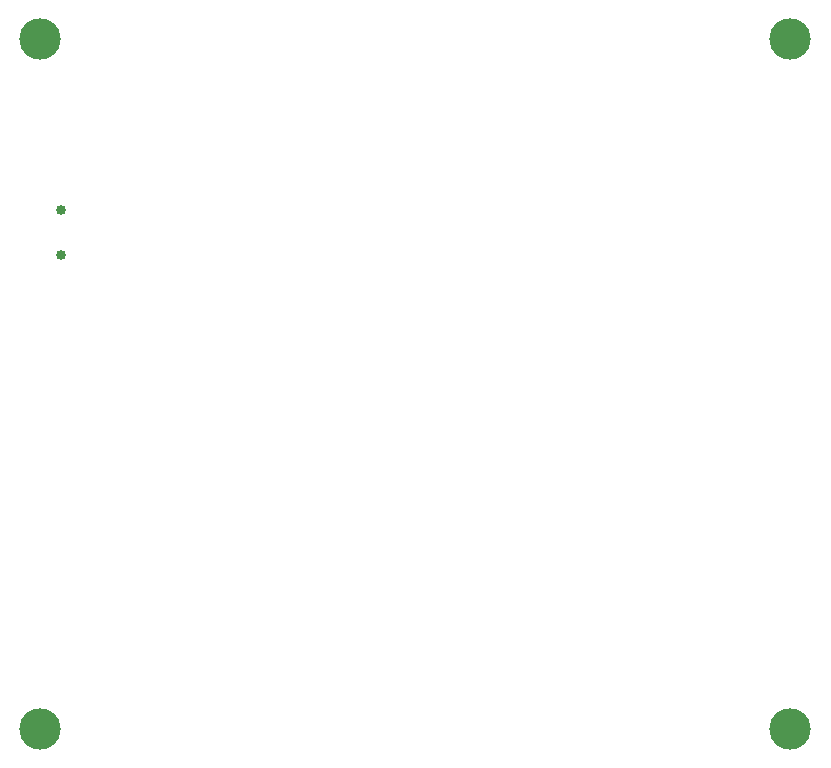
<source format=gbr>
%TF.GenerationSoftware,Novarm,DipTrace,3.2.0.1*%
%TF.CreationDate,2017-11-16T22:50:57-08:00*%
%FSLAX26Y26*%
%MOIN*%
%TF.FileFunction,NonPlated,1,4,NPTH,Drill*%
%TF.Part,Single*%
%TA.AperFunction,MechanicalDrill*%
%ADD50C,0.137795*%
%ADD51C,0.033465*%
G75*
G01*
D50*
X494000Y494000D3*
X2994000D3*
Y2794000D3*
X494000D3*
D51*
X560831Y2225054D3*
Y2075446D3*
M02*

</source>
